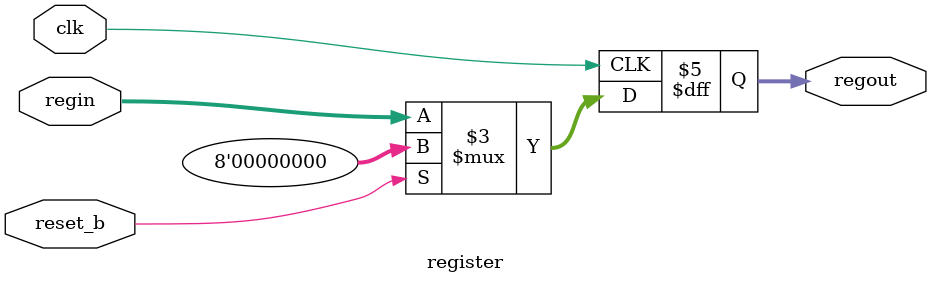
<source format=v>
module part2(Clock, Reset_b, Data, Function, ALUout);

	input [1:0] Function;
	input [3:0] Data;
	input Reset_b;
	input Clock;

	output [7:0] ALUout;
	wire [7:0] pre_reg_ALUout;
	
	register reg1(Clock, Reset_b, pre_reg_ALUout, ALUout);
	ALU alu1(Data, ALUout[3:0],  Function, ALUout, pre_reg_ALUout);
	
			
endmodule 



module ALU (A, B, Func, pre, alu_out,);

input  [3:0] A,B;
input [1:0] Func;
input [7:0] pre;
output reg [7:0] alu_out;


always@(*)
	begin
			case (Func)
				2'b00: alu_out= A+B;

				2'b01: alu_out=A*B;

				2'b10:  alu_out=B<<A;

				2'b11: alu_out=pre;

				default: alu_out= 8'b0;
			endcase
	end
endmodule



module register (clk ,reset_b ,
							regin, regout,) ;
							
	input wire[7:0] regin;		
	input wire reset_b;
	input wire clk;
	output reg [7:0] regout;	

	always@ ( posedge clk )
	begin
			if ( reset_b ) regout <= 8'b0;
			else regout <= regin  ;
	end
endmodule 
</source>
